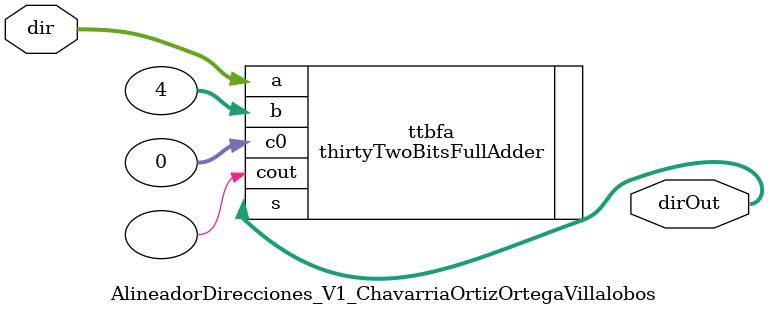
<source format=v>
`timescale 1ns / 1ps
module AlineadorDirecciones_V1_ChavarriaOrtizOrtegaVillalobos(
	 input [31:0] dir,
	 output [31:0] dirOut
    );
	 
	 //Se instancia el sumador para sumarle 4 a la dirección de entrada
	thirtyTwoBitsFullAdder ttbfa (
	.a(dir), 
	//Se suma 4 a la dirección entrante
	.b(4), 
	.s(dirOut), 
	.c0(0), 
	.cout()		
);
	 
endmodule

</source>
